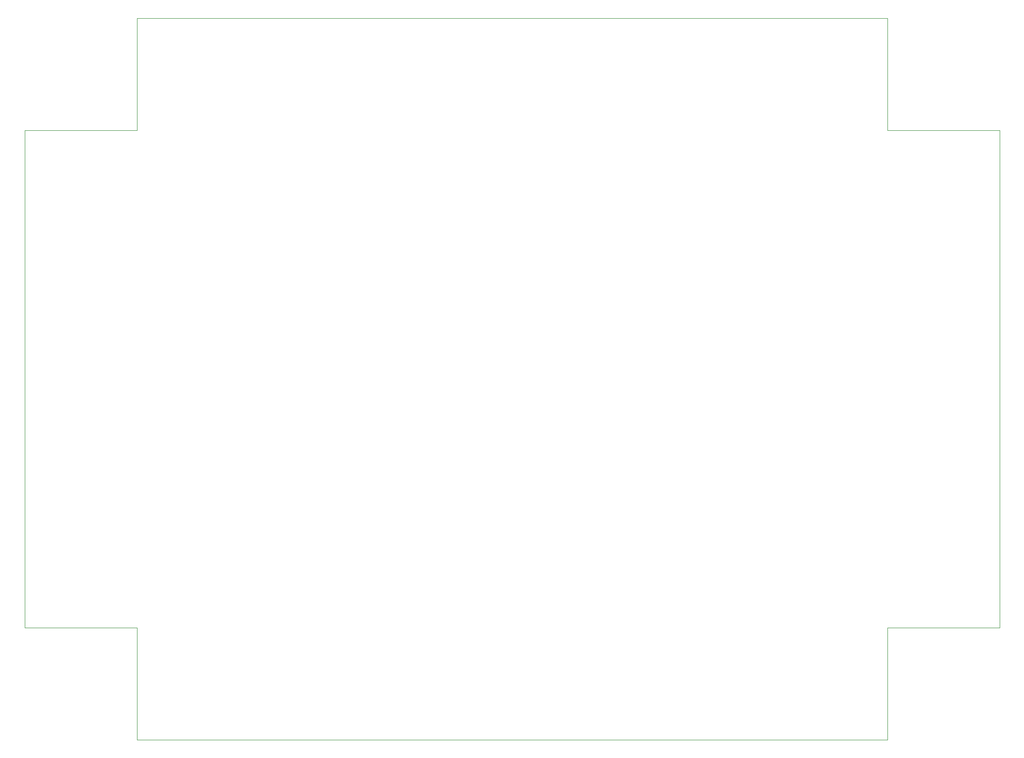
<source format=gbr>
G04 #@! TF.FileFunction,Profile,NP*
%FSLAX46Y46*%
G04 Gerber Fmt 4.6, Leading zero omitted, Abs format (unit mm)*
G04 Created by KiCad (PCBNEW 4.0.5+dfsg1-4+deb9u1) date Tue Sep 27 18:47:41 2022*
%MOMM*%
%LPD*%
G01*
G04 APERTURE LIST*
%ADD10C,0.100000*%
G04 APERTURE END LIST*
D10*
X213360000Y-163830000D02*
X77470000Y-163830000D01*
X213360000Y-143510000D02*
X213360000Y-163830000D01*
X233680000Y-143510000D02*
X213360000Y-143510000D01*
X233680000Y-53340000D02*
X233680000Y-143510000D01*
X213360000Y-53340000D02*
X233680000Y-53340000D01*
X213360000Y-33020000D02*
X213360000Y-53340000D01*
X77470000Y-33020000D02*
X213360000Y-33020000D01*
X77470000Y-53340000D02*
X77470000Y-33020000D01*
X57150000Y-53340000D02*
X77470000Y-53340000D01*
X57150000Y-143510000D02*
X57150000Y-53340000D01*
X77470000Y-143510000D02*
X57150000Y-143510000D01*
X77470000Y-163830000D02*
X77470000Y-143510000D01*
X139700000Y-163830000D02*
X207010000Y-163830000D01*
X139700000Y-163830000D02*
X78740000Y-163830000D01*
M02*

</source>
